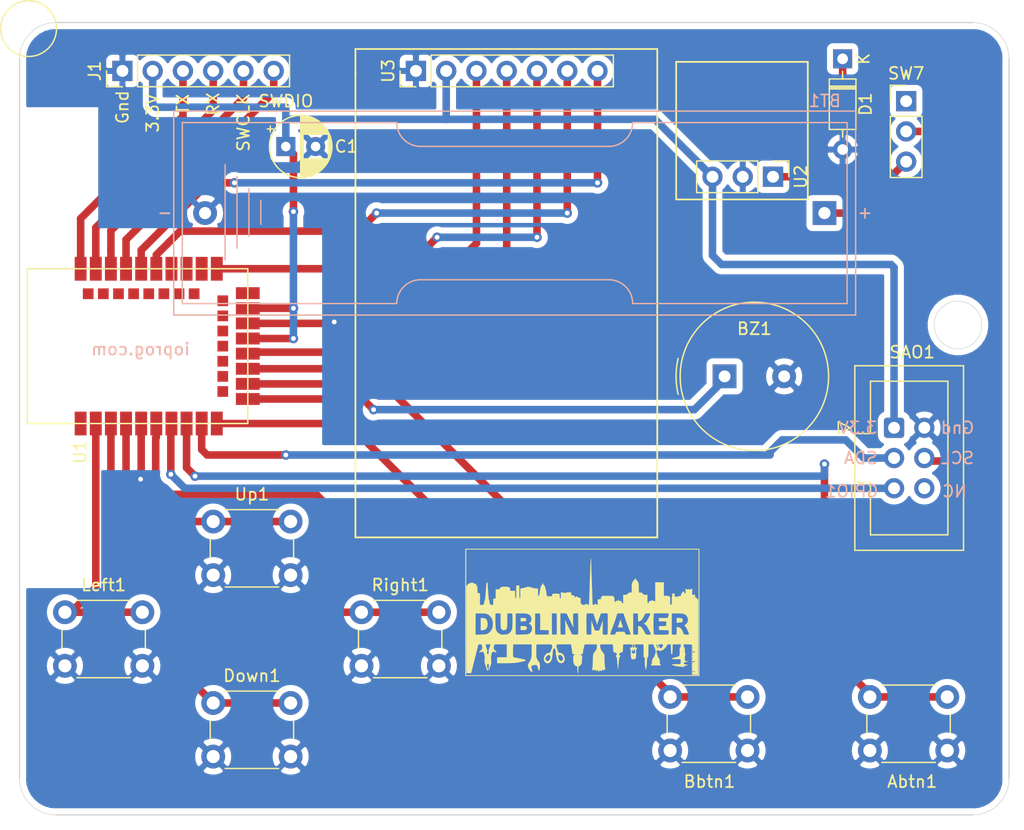
<source format=kicad_pcb>
(kicad_pcb (version 20171130) (host pcbnew 5.1.9+dfsg1-1)
  (layers (0 F.Cu signal) (31 B.Cu signal) (34 B.Paste user) (35 F.Paste user) (36 B.SilkS user) (37 F.SilkS user) (38 B.Mask user) (39 F.Mask user) (44 Edge.Cuts user))
  (net 0 "")
  (net 1 "Net-(Down1-Pad1)")
  (net 2 "Net-(Left1-Pad1)")
  (net 3 "Net-(Right1-Pad1)")
  (net 4 "Net-(SW7-Pad1)")
  (net 5 "Net-(U1-Pad42)")
  (net 6 "Net-(U1-Pad40)")
  (net 7 "Net-(U1-Pad38)")
  (net 8 "Net-(U1-Pad36)")
  (net 9 "Net-(U1-Pad34)")
  (net 10 "Net-(U1-Pad32)")
  (net 11 "Net-(U1-Pad30)")
  (net 12 "Net-(U1-Pad28)")
  (net 13 "Net-(U1-Pad24)")
  (net 14 "Net-(U1-Pad22)")
  (net 15 "Net-(U1-Pad20)")
  (net 16 "Net-(U1-Pad18)")
  (net 17 "Net-(U1-Pad16)")
  (net 18 "Net-(U1-Pad14)")
  (net 19 "Net-(U1-Pad12)")
  (net 20 "Net-(U1-Pad35)")
  (net 21 "Net-(U1-Pad33)")
  (net 22 "Net-(U1-Pad31)")
  (net 23 "Net-(U1-Pad29)")
  (net 24 "Net-(U1-Pad27)")
  (net 25 "Net-(U1-Pad1)")
  (net 26 "Net-(U1-Pad4)")
  (net 27 "Net-(U1-Pad25)")
  (net 28 "Net-(U1-Pad17)")
  (net 29 "Net-(U1-Pad15)")
  (net 30 "Net-(BZ1-Pad1)")
  (net 31 "Net-(J1-Pad6)")
  (net 32 "Net-(J1-Pad5)")
  (net 33 "Net-(J1-Pad4)")
  (net 34 "Net-(J1-Pad3)")
  (net 35 "Net-(Abtn1-Pad1)")
  (net 36 "Net-(Bbtn1-Pad1)")
  (net 37 "Net-(SAO1-Pad6)")
  (net 38 "Net-(SAO1-Pad4)")
  (net 39 "Net-(SAO1-Pad5)")
  (net 40 "Net-(SAO1-Pad3)")
  (net 41 "Net-(BT1-Pad1)")
  (net 42 "Net-(C1-Pad1)")
  (net 43 GND)
  (net 44 "Net-(U1-Pad26)")
  (net 45 "Net-(D1-Pad1)")
  (module Diode_THT:D_DO-35_SOD27_P7.62mm_Horizontal (layer F.Cu) (at 242.062 66.294 270)
    (fp_text reference D1 (at 3.81 -1.92 90) (layer F.SilkS))
    (fp_text value D)
    (fp_text user K (at 0 -1.75 90) (layer F.SilkS))
    (pad 2 thru_hole oval (at 7.62 0 270) (size 1.6 1.6) (drill 0.9) (layers *.Cu *.Mask) (net 43 GND))
    (pad 1 thru_hole rect (at 0 0 270) (size 1.6 1.6) (drill 0.9) (layers *.Cu *.Mask) (net 45 "Net-(D1-Pad1)"))
  )
  (module logo:logo (layer F.Cu) (at 220.218 112.776)
    (fp_text reference G*** hide)
    (fp_text value LOGO hide)
  )
  (module DM2020Badge:BatteryHolder_Keystone_DMB_1xAA (layer B.Cu) (at 240.538 79.248 180)
    (fp_text reference BT1 (at -0.02 9.42 180) (layer B.SilkS) (effects (justify mirror)))
    (fp_text value Battery_Cell)
    (fp_text user + (at -3.4 0.06) (layer B.SilkS) (effects (justify mirror)))
    (fp_text user - (at 55.37 0.06) (layer B.SilkS) (effects (justify mirror)))
    (pad 1 thru_hole rect (at 0 0) (size 2 2) (drill 1.02) (layers *.Cu *.Mask) (net 41 "Net-(BT1-Pad1)"))
    (pad 2 thru_hole circle (at 51.99 0) (size 2 2) (drill 1.02) (layers *.Cu *.Mask) (net 43 GND))
  )
  (module Capacitor_THT:CP_Radial_D5.0mm_P2.50mm (layer F.Cu) (at 195.326 73.66)
    (fp_text reference C1 (at 5.08 0) (layer F.SilkS))
    (fp_text value CP)
    (pad 2 thru_hole circle (at 2.5 0) (size 1.6 1.6) (drill 0.8) (layers *.Cu *.Mask) (net 43 GND))
    (pad 1 thru_hole rect (at 0 0) (size 1.6 1.6) (drill 0.8) (layers *.Cu *.Mask) (net 42 "Net-(C1-Pad1)"))
  )
  (module DM2020Badge:BoostConverter (layer F.Cu) (at 236.22 76.2 270)
    (fp_text reference U2 (at 0 -2.33 90) (layer F.SilkS))
    (fp_text value BoostRegulator)
    (pad 3 thru_hole oval (at 0 5.08 270) (size 1.7 1.7) (drill 1) (layers *.Cu *.Mask) (net 42 "Net-(C1-Pad1)"))
    (pad 2 thru_hole oval (at 0 2.54 270) (size 1.7 1.7) (drill 1) (layers *.Cu *.Mask) (net 43 GND))
    (pad 1 thru_hole rect (at 0 0 270) (size 1.7 1.7) (drill 1) (layers *.Cu *.Mask) (net 45 "Net-(D1-Pad1)"))
  )
  (module DM2020Badge:ST7789Display (layer F.Cu) (at 206.248 67.31 90)
    (fp_text reference U3 (at 0 -2.33 90) (layer F.SilkS))
    (fp_text value ST7789Display)
    (pad 7 thru_hole oval (at 0 15.24 90) (size 1.7 1.7) (drill 1) (layers *.Cu *.Mask) (net 20 "Net-(U1-Pad35)"))
    (pad 6 thru_hole oval (at 0 12.7 90) (size 1.7 1.7) (drill 1) (layers *.Cu *.Mask) (net 21 "Net-(U1-Pad33)"))
    (pad 5 thru_hole oval (at 0 10.16 90) (size 1.7 1.7) (drill 1) (layers *.Cu *.Mask) (net 44 "Net-(U1-Pad26)"))
    (pad 4 thru_hole oval (at 0 7.62 90) (size 1.7 1.7) (drill 1) (layers *.Cu *.Mask) (net 29 "Net-(U1-Pad15)"))
    (pad 3 thru_hole oval (at 0 5.08 90) (size 1.7 1.7) (drill 1) (layers *.Cu *.Mask) (net 28 "Net-(U1-Pad17)"))
    (pad 2 thru_hole oval (at 0 2.54 90) (size 1.7 1.7) (drill 1) (layers *.Cu *.Mask) (net 42 "Net-(C1-Pad1)"))
    (pad 1 thru_hole rect (at 0 0 90) (size 1.7 1.7) (drill 1) (layers *.Cu *.Mask) (net 43 GND))
  )
  (module Buzzer_Beeper:Buzzer_TDK_PS1240P02BT_D12.2mm_H6.5mm (layer F.Cu) (at 232.156 92.964)
    (fp_text reference BZ1 (at 2.5 -4) (layer F.SilkS))
    (fp_text value Device_Buzzer)
    (pad 2 thru_hole circle (at 5 0) (size 2 2) (drill 1) (layers *.Cu *.Mask) (net 43 GND))
    (pad 1 thru_hole rect (at 0 0) (size 2 2) (drill 1) (layers *.Cu *.Mask) (net 30 "Net-(BZ1-Pad1)"))
  )
  (module Connector_IDC:IDC-Header_2x03_P2.54mm_Vertical (layer F.Cu) (at 246.38 97.282)
    (fp_text reference SAO1 (at 1.524 -6.35) (layer F.SilkS))
    (fp_text value Conn_02x03_Odd_Even)
    (pad 6 thru_hole circle (at 2.54 5.08) (size 1.7 1.7) (drill 1) (layers *.Cu *.Mask) (net 37 "Net-(SAO1-Pad6)"))
    (pad 4 thru_hole circle (at 2.54 2.54) (size 1.7 1.7) (drill 1) (layers *.Cu *.Mask) (net 38 "Net-(SAO1-Pad4)"))
    (pad 2 thru_hole circle (at 2.54 0) (size 1.7 1.7) (drill 1) (layers *.Cu *.Mask) (net 43 GND))
    (pad 5 thru_hole circle (at 0 5.08) (size 1.7 1.7) (drill 1) (layers *.Cu *.Mask) (net 39 "Net-(SAO1-Pad5)"))
    (pad 3 thru_hole circle (at 0 2.54) (size 1.7 1.7) (drill 1) (layers *.Cu *.Mask) (net 40 "Net-(SAO1-Pad3)"))
    (pad 1 thru_hole roundrect (at 0 0) (size 1.7 1.7) (drill 1) (layers *.Cu *.Mask) (roundrect_rratio 0.1470588235294118) (net 42 "Net-(C1-Pad1)"))
  )
  (module Connector_PinHeader_2.54mm:PinHeader_1x06_P2.54mm_Vertical (layer F.Cu) (at 181.61 67.31 90)
    (fp_text reference J1 (at 0 -2.33 90) (layer F.SilkS))
    (fp_text value Connector_Conn_01x06_Male)
    (pad 6 thru_hole oval (at 0 12.7 90) (size 1.7 1.7) (drill 1) (layers *.Cu *.Mask) (net 31 "Net-(J1-Pad6)"))
    (pad 5 thru_hole oval (at 0 10.16 90) (size 1.7 1.7) (drill 1) (layers *.Cu *.Mask) (net 32 "Net-(J1-Pad5)"))
    (pad 4 thru_hole oval (at 0 7.62 90) (size 1.7 1.7) (drill 1) (layers *.Cu *.Mask) (net 33 "Net-(J1-Pad4)"))
    (pad 3 thru_hole oval (at 0 5.08 90) (size 1.7 1.7) (drill 1) (layers *.Cu *.Mask) (net 34 "Net-(J1-Pad3)"))
    (pad 2 thru_hole oval (at 0 2.54 90) (size 1.7 1.7) (drill 1) (layers *.Cu *.Mask) (net 42 "Net-(C1-Pad1)"))
    (pad 1 thru_hole rect (at 0 0 90) (size 1.7 1.7) (drill 1) (layers *.Cu *.Mask) (net 43 GND))
  )
  (module NRF52833_Module:E73-2G4M08S1C (layer F.Cu) (at 183.134 90.424 90)
    (fp_text reference U1 (at -8.89 -5.08 90) (layer F.SilkS))
    (fp_text value E73-2G4M08S1C)
    (pad 42 smd rect (at 4.4 -4.395 90) (size 0.9 0.9) (layers F.Cu F.Paste F.Mask) (net 5 "Net-(U1-Pad42)"))
    (pad 40 smd rect (at 4.4 -3.125 90) (size 0.9 0.9) (layers F.Cu F.Paste F.Mask) (net 6 "Net-(U1-Pad40)"))
    (pad 38 smd rect (at 4.4 -1.855 90) (size 0.9 0.9) (layers F.Cu F.Paste F.Mask) (net 7 "Net-(U1-Pad38)"))
    (pad 36 smd rect (at 4.4 -0.585 90) (size 0.9 0.9) (layers F.Cu F.Paste F.Mask) (net 8 "Net-(U1-Pad36)"))
    (pad 34 smd rect (at 4.4 0.685 90) (size 0.9 0.9) (layers F.Cu F.Paste F.Mask) (net 9 "Net-(U1-Pad34)"))
    (pad 32 smd rect (at 4.4 1.955 90) (size 0.9 0.9) (layers F.Cu F.Paste F.Mask) (net 10 "Net-(U1-Pad32)"))
    (pad 30 smd rect (at 4.4 3.225 90) (size 0.9 0.9) (layers F.Cu F.Paste F.Mask) (net 11 "Net-(U1-Pad30)"))
    (pad 28 smd rect (at 4.4 4.495 90) (size 0.9 0.9) (layers F.Cu F.Paste F.Mask) (net 12 "Net-(U1-Pad28)"))
    (pad 24 smd rect (at 3.81 6.9 90) (size 0.9 0.9) (layers F.Cu F.Paste F.Mask) (net 13 "Net-(U1-Pad24)"))
    (pad 22 smd rect (at 2.54 6.9 90) (size 0.9 0.9) (layers F.Cu F.Paste F.Mask) (net 14 "Net-(U1-Pad22)"))
    (pad 20 smd rect (at 1.27 6.9 90) (size 0.9 0.9) (layers F.Cu F.Paste F.Mask) (net 15 "Net-(U1-Pad20)"))
    (pad 18 smd rect (at 0 6.9 90) (size 0.9 0.9) (layers F.Cu F.Paste F.Mask) (net 16 "Net-(U1-Pad18)"))
    (pad 16 smd rect (at -1.27 6.9 90) (size 0.9 0.9) (layers F.Cu F.Paste F.Mask) (net 17 "Net-(U1-Pad16)"))
    (pad 14 smd rect (at -2.54 6.9 90) (size 0.9 0.9) (layers F.Cu F.Paste F.Mask) (net 18 "Net-(U1-Pad14)"))
    (pad 12 smd rect (at -3.81 6.9 90) (size 0.9 0.9) (layers F.Cu F.Paste F.Mask) (net 19 "Net-(U1-Pad12)"))
    (pad 43 smd rect (at 6.5 -5.03 90) (size 2 1) (layers F.Cu F.Paste F.Mask) (net 34 "Net-(J1-Pad3)"))
    (pad 41 smd rect (at 6.5 -3.76 90) (size 2 1) (layers F.Cu F.Paste F.Mask) (net 33 "Net-(J1-Pad4)"))
    (pad 39 smd rect (at 6.5 -2.49 90) (size 2 1) (layers F.Cu F.Paste F.Mask) (net 32 "Net-(J1-Pad5)"))
    (pad 37 smd rect (at 6.5 -1.22 90) (size 2 1) (layers F.Cu F.Paste F.Mask) (net 31 "Net-(J1-Pad6)"))
    (pad 35 smd rect (at 6.5 0.05 90) (size 2 1) (layers F.Cu F.Paste F.Mask) (net 20 "Net-(U1-Pad35)"))
    (pad 33 smd rect (at 6.5 1.32 90) (size 2 1) (layers F.Cu F.Paste F.Mask) (net 21 "Net-(U1-Pad33)"))
    (pad 31 smd rect (at 6.5 2.59 90) (size 2 1) (layers F.Cu F.Paste F.Mask) (net 22 "Net-(U1-Pad31)"))
    (pad 29 smd rect (at 6.5 3.86 90) (size 2 1) (layers F.Cu F.Paste F.Mask) (net 23 "Net-(U1-Pad29)"))
    (pad 27 smd rect (at 6.5 5.13 90) (size 2 1) (layers F.Cu F.Paste F.Mask) (net 24 "Net-(U1-Pad27)"))
    (pad 26 smd rect (at 6.5 6.4 90) (size 2 1) (layers F.Cu F.Paste F.Mask) (net 44 "Net-(U1-Pad26)"))
    (pad 1 smd rect (at -6.5 -5.03 90) (size 2 1) (layers F.Cu F.Paste F.Mask) (net 25 "Net-(U1-Pad1)"))
    (pad 2 smd rect (at -6.5 -3.76 90) (size 2 1) (layers F.Cu F.Paste F.Mask) (net 2 "Net-(Left1-Pad1)"))
    (pad 3 smd rect (at -6.5 -2.49 90) (size 2 1) (layers F.Cu F.Paste F.Mask) (net 1 "Net-(Down1-Pad1)"))
    (pad 4 smd rect (at -6.5 -1.22 90) (size 2 1) (layers F.Cu F.Paste F.Mask) (net 26 "Net-(U1-Pad4)"))
    (pad 5 smd rect (at -6.5 0.05 90) (size 2 1) (layers F.Cu F.Paste F.Mask) (net 43 GND))
    (pad 6 smd rect (at -6.5 1.32 90) (size 2 1) (layers F.Cu F.Paste F.Mask) (net 3 "Net-(Right1-Pad1)"))
    (pad 7 smd rect (at -6.5 2.59 90) (size 2 1) (layers F.Cu F.Paste F.Mask) (net 39 "Net-(SAO1-Pad5)"))
    (pad 8 smd rect (at -6.5 3.86 90) (size 2 1) (layers F.Cu F.Paste F.Mask) (net 38 "Net-(SAO1-Pad4)"))
    (pad 9 smd rect (at -6.5 5.13 90) (size 2 1) (layers F.Cu F.Paste F.Mask) (net 40 "Net-(SAO1-Pad3)"))
    (pad 10 smd rect (at -6.5 6.4 90) (size 2 1) (layers F.Cu F.Paste F.Mask) (net 36 "Net-(Bbtn1-Pad1)"))
    (pad 25 smd rect (at 4.45 9 90) (size 1 2) (layers F.Cu F.Paste F.Mask) (net 27 "Net-(U1-Pad25)"))
    (pad 23 smd rect (at 3.18 9 90) (size 1 2) (layers F.Cu F.Paste F.Mask) (net 42 "Net-(C1-Pad1)"))
    (pad 21 smd rect (at 1.91 9 90) (size 1 2) (layers F.Cu F.Paste F.Mask) (net 43 GND))
    (pad 19 smd rect (at 0.64 9 90) (size 1 2) (layers F.Cu F.Paste F.Mask) (net 42 "Net-(C1-Pad1)"))
    (pad 17 smd rect (at -0.63 9 90) (size 1 2) (layers F.Cu F.Paste F.Mask) (net 28 "Net-(U1-Pad17)"))
    (pad 15 smd rect (at -1.9 9 90) (size 1 2) (layers F.Cu F.Paste F.Mask) (net 29 "Net-(U1-Pad15)"))
    (pad 13 smd rect (at -3.17 9 90) (size 1 2) (layers F.Cu F.Paste F.Mask) (net 35 "Net-(Abtn1-Pad1)"))
    (pad 11 smd rect (at -4.44 9 90) (size 1 2) (layers F.Cu F.Paste F.Mask) (net 30 "Net-(BZ1-Pad1)"))
  )
  (module Button_Switch_THT:SW_PUSH_6mm (layer F.Cu) (at 189.23 105.156)
    (fp_text reference Up1 (at 3.25 -2.286) (layer F.SilkS))
    (fp_text value SW_Push)
    (pad 1 thru_hole circle (at 6.5 0 90) (size 2 2) (drill 1.1) (layers *.Cu *.Mask) (net 26 "Net-(U1-Pad4)"))
    (pad 2 thru_hole circle (at 6.5 4.5 90) (size 2 2) (drill 1.1) (layers *.Cu *.Mask) (net 43 GND))
    (pad 1 thru_hole circle (at 0 0 90) (size 2 2) (drill 1.1) (layers *.Cu *.Mask) (net 26 "Net-(U1-Pad4)"))
    (pad 2 thru_hole circle (at 0 4.5 90) (size 2 2) (drill 1.1) (layers *.Cu *.Mask) (net 43 GND))
  )
  (module Connector_PinHeader_2.54mm:PinHeader_1x03_P2.54mm_Vertical (layer F.Cu) (at 247.396 69.85)
    (fp_text reference SW7 (at 0 -2.33) (layer F.SilkS))
    (fp_text value Switch_SW_SPDT)
    (pad 3 thru_hole oval (at 0 5.08) (size 1.7 1.7) (drill 1) (layers *.Cu *.Mask) (net 45 "Net-(D1-Pad1)"))
    (pad 2 thru_hole oval (at 0 2.54) (size 1.7 1.7) (drill 1) (layers *.Cu *.Mask) (net 41 "Net-(BT1-Pad1)"))
    (pad 1 thru_hole rect (at 0 0) (size 1.7 1.7) (drill 1) (layers *.Cu *.Mask) (net 4 "Net-(SW7-Pad1)"))
  )
  (module Button_Switch_THT:SW_PUSH_6mm (layer F.Cu) (at 201.676 112.776)
    (fp_text reference Right1 (at 3.25 -2.286) (layer F.SilkS))
    (fp_text value SW_Push)
    (pad 1 thru_hole circle (at 6.5 0 90) (size 2 2) (drill 1.1) (layers *.Cu *.Mask) (net 3 "Net-(Right1-Pad1)"))
    (pad 2 thru_hole circle (at 6.5 4.5 90) (size 2 2) (drill 1.1) (layers *.Cu *.Mask) (net 43 GND))
    (pad 1 thru_hole circle (at 0 0 90) (size 2 2) (drill 1.1) (layers *.Cu *.Mask) (net 3 "Net-(Right1-Pad1)"))
    (pad 2 thru_hole circle (at 0 4.5 90) (size 2 2) (drill 1.1) (layers *.Cu *.Mask) (net 43 GND))
  )
  (module Button_Switch_THT:SW_PUSH_6mm (layer F.Cu) (at 176.784 112.776)
    (fp_text reference Left1 (at 3.25 -2.286) (layer F.SilkS))
    (fp_text value SW_Push)
    (pad 1 thru_hole circle (at 6.5 0 90) (size 2 2) (drill 1.1) (layers *.Cu *.Mask) (net 2 "Net-(Left1-Pad1)"))
    (pad 2 thru_hole circle (at 6.5 4.5 90) (size 2 2) (drill 1.1) (layers *.Cu *.Mask) (net 43 GND))
    (pad 1 thru_hole circle (at 0 0 90) (size 2 2) (drill 1.1) (layers *.Cu *.Mask) (net 2 "Net-(Left1-Pad1)"))
    (pad 2 thru_hole circle (at 0 4.5 90) (size 2 2) (drill 1.1) (layers *.Cu *.Mask) (net 43 GND))
  )
  (module Button_Switch_THT:SW_PUSH_6mm (layer F.Cu) (at 189.23 120.396)
    (fp_text reference Down1 (at 3.25 -2.286) (layer F.SilkS))
    (fp_text value SW_Push)
    (pad 1 thru_hole circle (at 6.5 0 90) (size 2 2) (drill 1.1) (layers *.Cu *.Mask) (net 1 "Net-(Down1-Pad1)"))
    (pad 2 thru_hole circle (at 6.5 4.5 90) (size 2 2) (drill 1.1) (layers *.Cu *.Mask) (net 43 GND))
    (pad 1 thru_hole circle (at 0 0 90) (size 2 2) (drill 1.1) (layers *.Cu *.Mask) (net 1 "Net-(Down1-Pad1)"))
    (pad 2 thru_hole circle (at 0 4.5 90) (size 2 2) (drill 1.1) (layers *.Cu *.Mask) (net 43 GND))
  )
  (module Button_Switch_THT:SW_PUSH_6mm (layer F.Cu) (at 227.584 119.888)
    (fp_text reference Bbtn1 (at 3.302 7.112) (layer F.SilkS))
    (fp_text value SW_Push)
    (pad 1 thru_hole circle (at 6.5 0 90) (size 2 2) (drill 1.1) (layers *.Cu *.Mask) (net 36 "Net-(Bbtn1-Pad1)"))
    (pad 2 thru_hole circle (at 6.5 4.5 90) (size 2 2) (drill 1.1) (layers *.Cu *.Mask) (net 43 GND))
    (pad 1 thru_hole circle (at 0 0 90) (size 2 2) (drill 1.1) (layers *.Cu *.Mask) (net 36 "Net-(Bbtn1-Pad1)"))
    (pad 2 thru_hole circle (at 0 4.5 90) (size 2 2) (drill 1.1) (layers *.Cu *.Mask) (net 43 GND))
  )
  (module Button_Switch_THT:SW_PUSH_6mm (layer F.Cu) (at 244.348 119.888)
    (fp_text reference Abtn1 (at 3.556 7.112) (layer F.SilkS))
    (fp_text value SW_Push)
    (pad 1 thru_hole circle (at 6.5 0 90) (size 2 2) (drill 1.1) (layers *.Cu *.Mask) (net 35 "Net-(Abtn1-Pad1)"))
    (pad 2 thru_hole circle (at 6.5 4.5 90) (size 2 2) (drill 1.1) (layers *.Cu *.Mask) (net 43 GND))
    (pad 1 thru_hole circle (at 0 0 90) (size 2 2) (drill 1.1) (layers *.Cu *.Mask) (net 35 "Net-(Abtn1-Pad1)"))
    (pad 2 thru_hole circle (at 0 4.5 90) (size 2 2) (drill 1.1) (layers *.Cu *.Mask) (net 43 GND))
  )
  (gr_arc (start 252.984 126.746) (end 252.984 129.794) (angle -90) (layer Edge.Cuts) (width 0.05))
  (gr_arc (start 176.022 126.746) (end 172.974 126.746) (angle -90) (layer Edge.Cuts) (width 0.05))
  (gr_arc (start 252.984 66.294) (end 256.032 66.294) (angle -90) (layer Edge.Cuts) (width 0.05))
  (gr_arc (start 176.022 66.294) (end 176.022 63.246) (angle -90) (layer Edge.Cuts) (width 0.05))
  (gr_arc (start 173.736 63.754) (end 175.259999 65.531999) (angle 0) (layer F.SilkS) (width 0.12))
  (gr_text GPIO1 (at 242.824 102.616) (layer B.SilkS) (effects (font (size 1 1)) (justify mirror)))
  (gr_text NC (at 251.46 102.616) (layer B.SilkS) (effects (font (size 1 1)) (justify mirror)))
  (gr_text SCL (at 251.714 99.822) (layer B.SilkS) (effects (font (size 1 1)) (justify mirror)))
  (gr_text SDA (at 243.586 99.822) (layer B.SilkS) (effects (font (size 1 1)) (justify mirror)))
  (gr_text Gnd (at 251.714 97.282) (layer B.SilkS) (effects (font (size 1 1)) (justify mirror)))
  (gr_text 3.3V (at 243.332 97.282) (layer B.SilkS) (effects (font (size 1 1)) (justify mirror)))
  (gr_circle (center 251.746 88.646) (end 253.746 88.646) (layer Edge.Cuts) (width 0.05))
  (gr_text SWDIO (at 195.326 69.85) (layer F.SilkS) (effects (font (size 1 1))))
  (gr_text SWCLK (at 191.77 71.628 90) (layer F.SilkS) (effects (font (size 1 1))))
  (gr_text RX (at 189.23 70.104 90) (layer F.SilkS) (effects (font (size 1 1))))
  (gr_text TX (at 186.69 70.104 90) (layer F.SilkS) (effects (font (size 1 1))))
  (gr_text 3.3V (at 184.15 70.866 90) (layer F.SilkS) (effects (font (size 1 1))))
  (gr_text Gnd (at 181.61 70.358 90) (layer F.SilkS) (effects (font (size 1 1))))
  (gr_text ioprog.com (at 183.134 90.678) (layer B.SilkS) (effects (font (size 1 1)) (justify mirror)))
  (gr_line (start 256.032 66.294) (end 256.032 126.746) (layer Edge.Cuts) (width 0.1))
  (gr_line (start 176.022 63.246) (end 252.984 63.246) (layer Edge.Cuts) (width 0.1))
  (gr_line (start 172.974 126.746) (end 172.974 66.294) (layer Edge.Cuts) (width 0.1))
  (gr_line (start 252.984 129.794) (end 176.022 129.794) (layer Edge.Cuts) (width 0.1))
  (segment (start 180.644 96.924) (end 180.644 103.936) (width 0.635) (layer F.Cu) (net 1))
  (segment (start 180.644 103.936) (end 185.928 109.22) (width 0.635) (layer F.Cu) (net 1))
  (segment (start 185.928 109.22) (end 185.928 117.094) (width 0.635) (layer F.Cu) (net 1))
  (segment (start 185.928 117.094) (end 189.23 120.396) (width 0.635) (layer F.Cu) (net 1))
  (segment (start 189.23 120.396) (end 195.58 120.396) (width 0.635) (layer F.Cu) (net 1))
  (segment (start 183.284 112.776) (end 176.784 112.776) (width 0.635) (layer F.Cu) (net 2))
  (segment (start 179.374 96.924) (end 179.374 110.694) (width 0.635) (layer F.Cu) (net 2))
  (segment (start 179.374 110.694) (end 177.292 112.776) (width 0.635) (layer F.Cu) (net 2))
  (segment (start 177.292 112.776) (end 176.784 112.776) (width 0.635) (layer F.Cu) (net 2))
  (segment (start 205.921902 112.776) (end 208.026 112.776) (width 0.635) (layer F.Cu) (net 3))
  (segment (start 198.628 112.776) (end 205.921902 112.776) (width 0.635) (layer F.Cu) (net 3))
  (segment (start 198.628 103.632) (end 198.628 112.776) (width 0.635) (layer F.Cu) (net 3))
  (segment (start 197.866 102.87) (end 198.628 103.632) (width 0.635) (layer F.Cu) (net 3))
  (segment (start 184.912 102.87) (end 197.866 102.87) (width 0.635) (layer F.Cu) (net 3))
  (segment (start 184.404 102.362) (end 184.912 102.87) (width 0.635) (layer F.Cu) (net 3))
  (segment (start 184.404 98.135502) (end 184.404 102.362) (width 0.635) (layer F.Cu) (net 3))
  (segment (start 184.454 98.085502) (end 184.404 98.135502) (width 0.635) (layer F.Cu) (net 3))
  (segment (start 184.454 96.924) (end 184.454 98.085502) (width 0.635) (layer F.Cu) (net 3))
  (segment (start 183.184 82.366098) (end 188.842098 76.708) (width 0.635) (layer F.Cu) (net 20))
  (segment (start 183.184 83.924) (end 183.184 82.366098) (width 0.635) (layer F.Cu) (net 20))
  (segment (start 188.842098 76.708) (end 191.008 76.708) (width 0.635) (layer F.Cu) (net 20))
  (via (at 191.008 76.708) (size 0.8) (drill 0.4) (layers F.Cu B.Cu) (net 20))
  (segment (start 191.008 76.708) (end 221.488 76.708) (width 0.635) (layer B.Cu) (net 20))
  (via (at 221.488 76.708) (size 0.8) (drill 0.4) (layers F.Cu B.Cu) (net 20))
  (segment (start 221.488 76.708) (end 221.488 67.31) (width 0.635) (layer F.Cu) (net 20))
  (segment (start 186.450997 80.765501) (end 201.428499 80.765501) (width 0.635) (layer F.Cu) (net 21))
  (segment (start 184.454 82.762498) (end 186.450997 80.765501) (width 0.635) (layer F.Cu) (net 21))
  (segment (start 184.454 83.924) (end 184.454 82.762498) (width 0.635) (layer F.Cu) (net 21))
  (segment (start 201.428499 80.765501) (end 202.946 79.248) (width 0.635) (layer F.Cu) (net 21))
  (via (at 202.946 79.248) (size 0.8) (drill 0.4) (layers F.Cu B.Cu) (net 21))
  (segment (start 202.946 79.248) (end 218.948 79.248) (width 0.635) (layer B.Cu) (net 21))
  (via (at 218.948 79.248) (size 0.8) (drill 0.4) (layers F.Cu B.Cu) (net 21))
  (segment (start 218.948 79.248) (end 218.948 67.31) (width 0.635) (layer F.Cu) (net 21))
  (segment (start 189.23 105.156) (end 195.58 105.156) (width 0.635) (layer F.Cu) (net 26))
  (segment (start 188.976 104.902) (end 189.23 105.156) (width 0.635) (layer F.Cu) (net 26))
  (segment (start 188.722 105.156) (end 188.976 104.902) (width 0.635) (layer F.Cu) (net 26))
  (segment (start 184.404 105.156) (end 188.722 105.156) (width 0.635) (layer F.Cu) (net 26))
  (segment (start 181.914 102.666) (end 184.404 105.156) (width 0.635) (layer F.Cu) (net 26))
  (segment (start 181.914 96.924) (end 181.914 102.666) (width 0.635) (layer F.Cu) (net 26))
  (segment (start 193.04 90.932) (end 202.184 90.932) (width 0.635) (layer F.Cu) (net 28))
  (segment (start 192.918 91.054) (end 193.04 90.932) (width 0.635) (layer F.Cu) (net 28))
  (segment (start 192.134 91.054) (end 192.918 91.054) (width 0.635) (layer F.Cu) (net 28))
  (segment (start 202.184 90.932) (end 211.328 81.788) (width 0.635) (layer F.Cu) (net 28))
  (segment (start 211.328 81.788) (end 211.328 67.31) (width 0.635) (layer F.Cu) (net 28))
  (segment (start 192.134 92.324) (end 201.554 92.324) (width 0.635) (layer F.Cu) (net 29))
  (segment (start 201.554 92.324) (end 204.602 92.324) (width 0.635) (layer F.Cu) (net 29))
  (segment (start 204.602 92.324) (end 213.868 83.058) (width 0.635) (layer F.Cu) (net 29))
  (segment (start 213.868 83.058) (end 213.868 67.31) (width 0.635) (layer F.Cu) (net 29))
  (segment (start 192.134 94.864) (end 201.798 94.864) (width 0.635) (layer F.Cu) (net 30))
  (segment (start 201.798 94.864) (end 202.692 95.758) (width 0.635) (layer F.Cu) (net 30))
  (via (at 202.692 95.758) (size 0.8) (drill 0.4) (layers F.Cu B.Cu) (net 30))
  (segment (start 202.692 95.758) (end 229.616 95.758) (width 0.635) (layer B.Cu) (net 30))
  (segment (start 229.616 95.758) (end 232.156 93.218) (width 0.635) (layer B.Cu) (net 30))
  (segment (start 232.156 93.218) (end 232.156 92.964) (width 0.635) (layer B.Cu) (net 30))
  (segment (start 181.914 83.924) (end 181.914 81.484) (width 0.635) (layer F.Cu) (net 31))
  (segment (start 181.914 81.484) (end 194.31 69.088) (width 0.635) (layer F.Cu) (net 31))
  (segment (start 194.31 69.088) (end 194.31 67.31) (width 0.635) (layer F.Cu) (net 31))
  (segment (start 180.644 83.924) (end 180.644 82.289) (width 0.635) (layer F.Cu) (net 32))
  (segment (start 180.644 82.289) (end 180.644 80.722) (width 0.635) (layer F.Cu) (net 32))
  (segment (start 180.644 80.722) (end 191.77 69.596) (width 0.635) (layer F.Cu) (net 32))
  (segment (start 191.77 69.596) (end 191.77 67.31) (width 0.635) (layer F.Cu) (net 32))
  (segment (start 179.374 83.924) (end 179.374 80.468) (width 0.635) (layer F.Cu) (net 33))
  (segment (start 179.374 80.468) (end 189.23 70.612) (width 0.635) (layer F.Cu) (net 33))
  (segment (start 189.23 70.612) (end 189.23 67.31) (width 0.635) (layer F.Cu) (net 33))
  (segment (start 178.104 83.924) (end 178.104 79.706) (width 0.635) (layer F.Cu) (net 34))
  (segment (start 178.104 79.706) (end 186.69 71.12) (width 0.635) (layer F.Cu) (net 34))
  (segment (start 186.69 71.12) (end 186.69 67.31) (width 0.635) (layer F.Cu) (net 34))
  (segment (start 192.134 93.594) (end 203.576 93.594) (width 0.635) (layer F.Cu) (net 35))
  (segment (start 203.576 93.594) (end 213.868 103.886) (width 0.635) (layer F.Cu) (net 35))
  (segment (start 213.868 103.886) (end 215.646 105.664) (width 0.635) (layer F.Cu) (net 35))
  (segment (start 215.646 105.664) (end 230.378 105.664) (width 0.635) (layer F.Cu) (net 35))
  (segment (start 230.378 105.664) (end 244.348 119.634) (width 0.635) (layer F.Cu) (net 35))
  (segment (start 244.348 119.634) (end 244.602 119.888) (width 0.635) (layer F.Cu) (net 35))
  (segment (start 244.602 119.888) (end 250.952 119.888) (width 0.635) (layer F.Cu) (net 35))
  (segment (start 227.838 119.888) (end 234.188 119.888) (width 0.635) (layer F.Cu) (net 36))
  (segment (start 216.916 108.966) (end 227.838 119.888) (width 0.635) (layer F.Cu) (net 36))
  (segment (start 212.598 108.966) (end 216.916 108.966) (width 0.635) (layer F.Cu) (net 36))
  (segment (start 200.556 96.924) (end 212.598 108.966) (width 0.635) (layer F.Cu) (net 36))
  (segment (start 189.534 96.924) (end 200.556 96.924) (width 0.635) (layer F.Cu) (net 36))
  (segment (start 186.994 96.924) (end 186.994 100.634) (width 0.635) (layer F.Cu) (net 38))
  (segment (start 186.994 100.634) (end 187.706 101.346) (width 0.635) (layer F.Cu) (net 38))
  (via (at 187.706 101.346) (size 0.8) (drill 0.4) (layers F.Cu B.Cu) (net 38))
  (segment (start 187.706 101.346) (end 240.538 101.346) (width 0.635) (layer B.Cu) (net 38))
  (segment (start 240.538 101.346) (end 240.538 100.33) (width 0.635) (layer B.Cu) (net 38))
  (via (at 240.538 100.33) (size 0.8) (drill 0.4) (layers F.Cu B.Cu) (net 38))
  (segment (start 240.538 100.33) (end 240.538 105.156) (width 0.635) (layer F.Cu) (net 38))
  (segment (start 240.538 105.156) (end 241.808 106.426) (width 0.635) (layer F.Cu) (net 38))
  (segment (start 241.808 106.426) (end 252.476 106.426) (width 0.635) (layer F.Cu) (net 38))
  (segment (start 252.476 106.426) (end 252.476 100.076) (width 0.635) (layer F.Cu) (net 38))
  (segment (start 252.476 100.076) (end 248.92 100.076) (width 0.635) (layer F.Cu) (net 38))
  (segment (start 248.92 100.076) (end 249.174 99.822) (width 0.635) (layer F.Cu) (net 38))
  (segment (start 248.92 99.822) (end 248.92 100.076) (width 0.635) (layer F.Cu) (net 38))
  (segment (start 186.8455 102.362) (end 185.674 101.1905) (width 0.635) (layer B.Cu) (net 39))
  (segment (start 246.38 102.362) (end 186.8455 102.362) (width 0.635) (layer B.Cu) (net 39))
  (segment (start 185.674 96.774) (end 185.674 101.1905) (width 0.635) (layer F.Cu) (net 39))
  (via (at 185.674 101.1905) (size 0.8) (drill 0.4) (layers F.Cu B.Cu) (net 39))
  (segment (start 188.264 96.924) (end 188.264 99.11) (width 0.635) (layer F.Cu) (net 40))
  (segment (start 188.264 99.11) (end 188.722 99.568) (width 0.635) (layer F.Cu) (net 40))
  (segment (start 188.722 99.568) (end 195.326 99.568) (width 0.635) (layer F.Cu) (net 40))
  (via (at 195.326 99.568) (size 0.8) (drill 0.4) (layers F.Cu B.Cu) (net 40))
  (segment (start 195.326 99.568) (end 235.966 99.568) (width 0.635) (layer B.Cu) (net 40))
  (segment (start 235.966 99.568) (end 235.966 99.314) (width 0.635) (layer B.Cu) (net 40))
  (segment (start 235.966 99.314) (end 236.982 98.298) (width 0.635) (layer B.Cu) (net 40))
  (segment (start 236.982 98.298) (end 242.316 98.298) (width 0.635) (layer B.Cu) (net 40))
  (segment (start 242.316 98.298) (end 243.84 99.822) (width 0.635) (layer B.Cu) (net 40))
  (segment (start 243.84 99.822) (end 246.38 99.822) (width 0.635) (layer B.Cu) (net 40))
  (segment (start 240.538 79.248) (end 249.936 79.248) (width 0.635) (layer F.Cu) (net 41))
  (segment (start 249.936 79.248) (end 249.936 72.39) (width 0.635) (layer F.Cu) (net 41))
  (segment (start 249.936 72.39) (end 247.142 72.39) (width 0.635) (layer F.Cu) (net 41))
  (segment (start 231.14 76.2) (end 227.584 72.644) (width 0.635) (layer B.Cu) (net 42))
  (segment (start 227.584 72.644) (end 226.314 71.374) (width 0.635) (layer B.Cu) (net 42))
  (segment (start 226.314 71.374) (end 208.788 71.374) (width 0.635) (layer B.Cu) (net 42))
  (segment (start 208.788 71.374) (end 208.788 67.564) (width 0.635) (layer B.Cu) (net 42))
  (segment (start 208.788 71.374) (end 195.326 71.374) (width 0.635) (layer B.Cu) (net 42))
  (segment (start 195.326 71.374) (end 195.326 73.66) (width 0.5) (layer B.Cu) (net 42))
  (segment (start 195.326 73.66) (end 195.326 70.358) (width 0.635) (layer B.Cu) (net 42))
  (segment (start 195.326 70.358) (end 184.404 70.358) (width 0.635) (layer B.Cu) (net 42))
  (segment (start 184.404 70.358) (end 184.15 70.104) (width 0.635) (layer B.Cu) (net 42))
  (segment (start 184.15 70.104) (end 184.15 67.31) (width 0.635) (layer B.Cu) (net 42))
  (segment (start 231.14 76.2) (end 231.14 82.804) (width 0.635) (layer B.Cu) (net 42))
  (segment (start 231.14 82.804) (end 231.902 83.566) (width 0.635) (layer B.Cu) (net 42))
  (segment (start 231.902 83.566) (end 246.126 83.566) (width 0.635) (layer B.Cu) (net 42))
  (segment (start 246.126 83.566) (end 246.38 83.82) (width 0.635) (layer B.Cu) (net 42))
  (segment (start 246.38 83.82) (end 246.38 97.282) (width 0.635) (layer B.Cu) (net 42))
  (segment (start 192.134 89.784) (end 195.966 89.784) (width 0.635) (layer F.Cu) (net 42))
  (via (at 195.966 89.784) (size 0.8) (drill 0.4) (layers F.Cu B.Cu) (net 42))
  (via (at 195.966 79.126) (size 0.8) (drill 0.4) (layers F.Cu B.Cu) (net 42))
  (segment (start 195.966 79.126) (end 195.966 74.3) (width 0.635) (layer F.Cu) (net 42))
  (segment (start 195.966 74.3) (end 195.326 73.66) (width 0.635) (layer F.Cu) (net 42))
  (via (at 195.966 87.244) (size 0.8) (drill 0.4) (layers F.Cu B.Cu) (net 42))
  (segment (start 192.134 87.244) (end 195.966 87.244) (width 0.635) (layer F.Cu) (net 42))
  (segment (start 195.966 87.244) (end 195.966 79.126) (width 0.635) (layer B.Cu) (net 42))
  (segment (start 195.966 89.784) (end 195.966 87.244) (width 0.635) (layer B.Cu) (net 42))
  (via (at 183.134 101.6) (size 0.8) (drill 0.4) (layers F.Cu B.Cu) (net 43))
  (segment (start 183.184 101.55) (end 183.134 101.6) (width 0.635) (layer F.Cu) (net 43))
  (segment (start 183.184 96.924) (end 183.184 101.55) (width 0.635) (layer F.Cu) (net 43))
  (via (at 199.39 88.392) (size 0.8) (drill 0.4) (layers F.Cu B.Cu) (net 43))
  (segment (start 199.268 88.514) (end 199.39 88.392) (width 0.635) (layer F.Cu) (net 43))
  (segment (start 192.134 88.514) (end 199.268 88.514) (width 0.635) (layer F.Cu) (net 43))
  (segment (start 189.534 83.924) (end 205.382 83.924) (width 0.635) (layer F.Cu) (net 44))
  (segment (start 205.382 83.924) (end 208.026 81.28) (width 0.635) (layer F.Cu) (net 44))
  (via (at 208.026 81.28) (size 0.8) (drill 0.4) (layers F.Cu B.Cu) (net 44))
  (segment (start 208.026 81.28) (end 216.408 81.28) (width 0.635) (layer B.Cu) (net 44))
  (via (at 216.408 81.28) (size 0.8) (drill 0.4) (layers F.Cu B.Cu) (net 44))
  (segment (start 216.408 81.28) (end 216.408 67.31) (width 0.635) (layer F.Cu) (net 44))
  (segment (start 246.126 76.2) (end 247.396 74.93) (width 0.635) (layer F.Cu) (net 45))
  (segment (start 244.856 70.473) (end 244.856 76.2) (width 0.635) (layer F.Cu) (net 45))
  (segment (start 244.856 76.2) (end 246.126 76.2) (width 0.635) (layer F.Cu) (net 45))
  (segment (start 236.22 76.2) (end 244.856 76.2) (width 0.635) (layer F.Cu) (net 45))
  (segment (start 242.062 67.679) (end 244.856 70.473) (width 0.635) (layer F.Cu) (net 45))
  (segment (start 242.062 66.294) (end 242.062 67.679) (width 0.635) (layer F.Cu) (net 45))
  (zone (net 0) (net_name "") (layers F&B.Cu) (connect_pads (clearance 0.508)) (min_thickness 0.254)
    (keepout (tracks allowed) (vias allowed) (copperpour not_allowed))
    (fill (arc_segments 32) (thermal_gap 0.508) (thermal_bridge_width 0.508))
    (polygon (pts (xy 179.578 80.518) (xy 198.374 80.518) (xy 198.374 100.838) (xy 179.832 100.838) (xy 179.832 110.744) (xy 174.752 110.744) (xy 174.752 70.358) (xy 179.578 70.358)))
  )
  (zone (net 0) (net_name "") (layers F&B.Cu) (connect_pads (clearance 0.508)) (min_thickness 0.254)
    (keepout (tracks allowed) (vias allowed) (copperpour not_allowed))
    (fill (arc_segments 32) (thermal_gap 0.508) (thermal_bridge_width 0.508))
    (polygon (pts (xy 175.006 110.744) (xy 172.974 110.744) (xy 172.974 70.358) (xy 175.006 70.358)))
  )
  (zone (net 43) (net_name GND) (layer B.Cu) (connect_pads (clearance 0.508)) (min_thickness 0.254) (fill yes (arc_segments 32) (thermal_gap 0.508) (thermal_bridge_width 0.508))
    (polygon (pts (xy 257.302 131.064) (xy 171.958 131.064) (xy 171.958 62.23) (xy 257.302 62.23)))
  )
)
</source>
